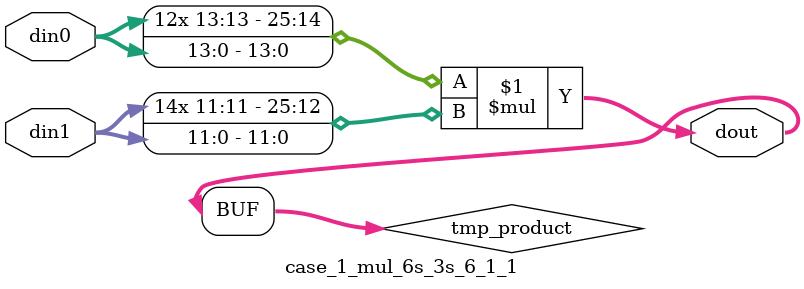
<source format=v>

`timescale 1 ns / 1 ps

 module case_1_mul_6s_3s_6_1_1(din0, din1, dout);
parameter ID = 1;
parameter NUM_STAGE = 0;
parameter din0_WIDTH = 14;
parameter din1_WIDTH = 12;
parameter dout_WIDTH = 26;

input [din0_WIDTH - 1 : 0] din0; 
input [din1_WIDTH - 1 : 0] din1; 
output [dout_WIDTH - 1 : 0] dout;

wire signed [dout_WIDTH - 1 : 0] tmp_product;



























assign tmp_product = $signed(din0) * $signed(din1);








assign dout = tmp_product;





















endmodule

</source>
